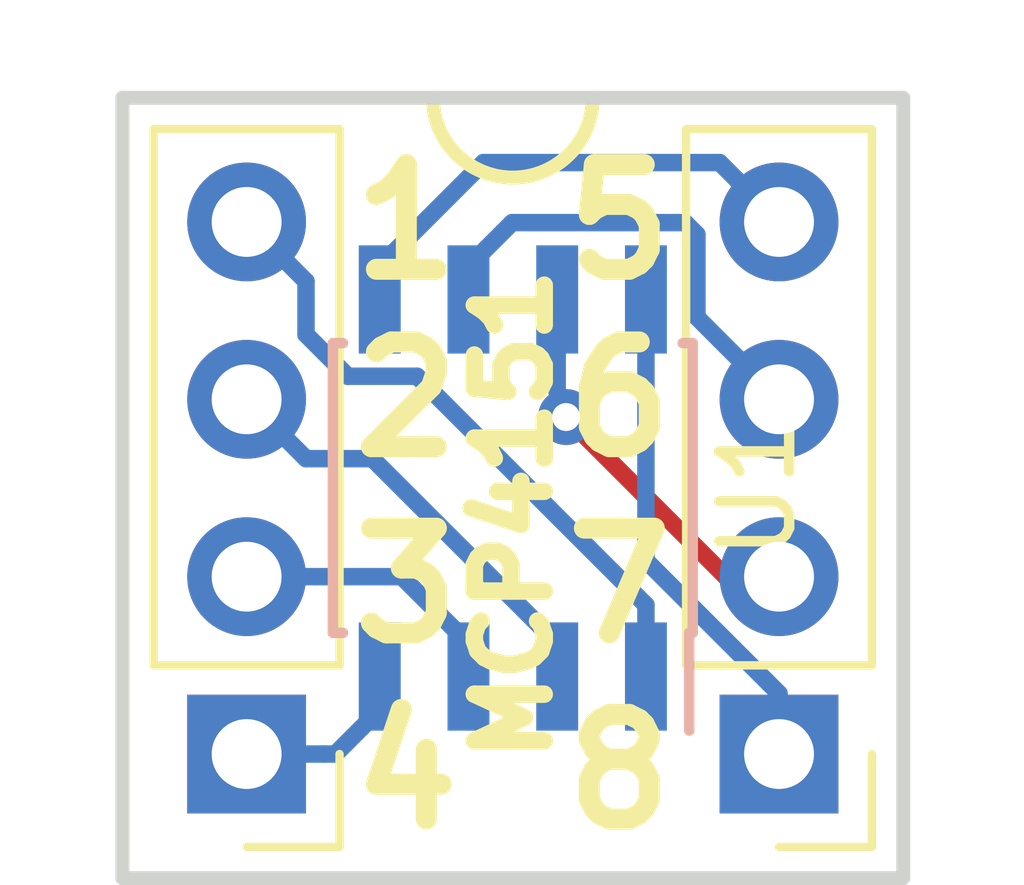
<source format=kicad_pcb>
(kicad_pcb (version 20171130) (host pcbnew "(5.0.1)-3")

  (general
    (thickness 1.6)
    (drawings 14)
    (tracks 40)
    (zones 0)
    (modules 3)
    (nets 9)
  )

  (page A4)
  (layers
    (0 F.Cu signal)
    (31 B.Cu signal)
    (32 B.Adhes user)
    (33 F.Adhes user)
    (34 B.Paste user)
    (35 F.Paste user)
    (36 B.SilkS user)
    (37 F.SilkS user)
    (38 B.Mask user)
    (39 F.Mask user)
    (40 Dwgs.User user)
    (41 Cmts.User user)
    (42 Eco1.User user)
    (43 Eco2.User user)
    (44 Edge.Cuts user)
    (45 Margin user)
    (46 B.CrtYd user)
    (47 F.CrtYd user)
    (48 B.Fab user)
    (49 F.Fab user)
  )

  (setup
    (last_trace_width 0.25)
    (trace_clearance 0.2)
    (zone_clearance 0.508)
    (zone_45_only no)
    (trace_min 0.2)
    (segment_width 0.2)
    (edge_width 0.15)
    (via_size 0.8)
    (via_drill 0.4)
    (via_min_size 0.4)
    (via_min_drill 0.3)
    (uvia_size 0.3)
    (uvia_drill 0.1)
    (uvias_allowed no)
    (uvia_min_size 0.2)
    (uvia_min_drill 0.1)
    (pcb_text_width 0.3)
    (pcb_text_size 1.5 1.5)
    (mod_edge_width 0.15)
    (mod_text_size 1 1)
    (mod_text_width 0.15)
    (pad_size 1.524 1.524)
    (pad_drill 0.762)
    (pad_to_mask_clearance 0.051)
    (solder_mask_min_width 0.25)
    (aux_axis_origin 0 0)
    (visible_elements 7FFFFFFF)
    (pcbplotparams
      (layerselection 0x010f0_ffffffff)
      (usegerberextensions false)
      (usegerberattributes false)
      (usegerberadvancedattributes false)
      (creategerberjobfile false)
      (excludeedgelayer true)
      (linewidth 0.100000)
      (plotframeref false)
      (viasonmask false)
      (mode 1)
      (useauxorigin false)
      (hpglpennumber 1)
      (hpglpenspeed 20)
      (hpglpendiameter 15.000000)
      (psnegative false)
      (psa4output false)
      (plotreference true)
      (plotvalue true)
      (plotinvisibletext false)
      (padsonsilk false)
      (subtractmaskfromsilk false)
      (outputformat 1)
      (mirror false)
      (drillshape 0)
      (scaleselection 1)
      (outputdirectory ""))
  )

  (net 0 "")
  (net 1 "Net-(J1-Pad4)")
  (net 2 "Net-(J1-Pad3)")
  (net 3 "Net-(J1-Pad2)")
  (net 4 "Net-(J1-Pad1)")
  (net 5 "Net-(J2-Pad4)")
  (net 6 "Net-(J2-Pad3)")
  (net 7 "Net-(J2-Pad2)")
  (net 8 "Net-(J2-Pad1)")

  (net_class Default "This is the default net class."
    (clearance 0.2)
    (trace_width 0.25)
    (via_dia 0.8)
    (via_drill 0.4)
    (uvia_dia 0.3)
    (uvia_drill 0.1)
    (add_net "Net-(J1-Pad1)")
    (add_net "Net-(J1-Pad2)")
    (add_net "Net-(J1-Pad3)")
    (add_net "Net-(J1-Pad4)")
    (add_net "Net-(J2-Pad1)")
    (add_net "Net-(J2-Pad2)")
    (add_net "Net-(J2-Pad3)")
    (add_net "Net-(J2-Pad4)")
  )

  (module Connector_PinHeader_2.54mm:PinHeader_1x04_P2.54mm_Vertical (layer F.Cu) (tedit 5C37D765) (tstamp 5C442159)
    (at 228.6 139.7 180)
    (descr "Through hole straight pin header, 1x04, 2.54mm pitch, single row")
    (tags "Through hole pin header THT 1x04 2.54mm single row")
    (path /5C383E0D)
    (fp_text reference J2 (at 0 -2.54 180) (layer F.SilkS) hide
      (effects (font (size 1 1) (thickness 0.15)))
    )
    (fp_text value CONN_04 (at 0 9.95 180) (layer F.Fab)
      (effects (font (size 1 1) (thickness 0.15)))
    )
    (fp_text user %R (at 0 3.81 270) (layer F.Fab)
      (effects (font (size 1 1) (thickness 0.15)))
    )
    (fp_line (start 1.8 -1.8) (end -1.8 -1.8) (layer F.CrtYd) (width 0.05))
    (fp_line (start 1.8 9.4) (end 1.8 -1.8) (layer F.CrtYd) (width 0.05))
    (fp_line (start -1.8 9.4) (end 1.8 9.4) (layer F.CrtYd) (width 0.05))
    (fp_line (start -1.8 -1.8) (end -1.8 9.4) (layer F.CrtYd) (width 0.05))
    (fp_line (start -1.33 -1.33) (end 0 -1.33) (layer F.SilkS) (width 0.12))
    (fp_line (start -1.33 0) (end -1.33 -1.33) (layer F.SilkS) (width 0.12))
    (fp_line (start -1.33 1.27) (end 1.33 1.27) (layer F.SilkS) (width 0.12))
    (fp_line (start 1.33 1.27) (end 1.33 8.95) (layer F.SilkS) (width 0.12))
    (fp_line (start -1.33 1.27) (end -1.33 8.95) (layer F.SilkS) (width 0.12))
    (fp_line (start -1.33 8.95) (end 1.33 8.95) (layer F.SilkS) (width 0.12))
    (fp_line (start -1.27 -0.635) (end -0.635 -1.27) (layer F.Fab) (width 0.1))
    (fp_line (start -1.27 8.89) (end -1.27 -0.635) (layer F.Fab) (width 0.1))
    (fp_line (start 1.27 8.89) (end -1.27 8.89) (layer F.Fab) (width 0.1))
    (fp_line (start 1.27 -1.27) (end 1.27 8.89) (layer F.Fab) (width 0.1))
    (fp_line (start -0.635 -1.27) (end 1.27 -1.27) (layer F.Fab) (width 0.1))
    (pad 4 thru_hole oval (at 0 7.62 180) (size 1.7 1.7) (drill 1) (layers *.Cu *.Mask)
      (net 5 "Net-(J2-Pad4)"))
    (pad 3 thru_hole oval (at 0 5.08 180) (size 1.7 1.7) (drill 1) (layers *.Cu *.Mask)
      (net 6 "Net-(J2-Pad3)"))
    (pad 2 thru_hole oval (at 0 2.54 180) (size 1.7 1.7) (drill 1) (layers *.Cu *.Mask)
      (net 7 "Net-(J2-Pad2)"))
    (pad 1 thru_hole rect (at 0 0 180) (size 1.7 1.7) (drill 1) (layers *.Cu *.Mask)
      (net 8 "Net-(J2-Pad1)"))
    (model ${KISYS3DMOD}/Connector_PinHeader_2.54mm.3dshapes/PinHeader_1x04_P2.54mm_Vertical.wrl
      (at (xyz 0 0 0))
      (scale (xyz 1 1 1))
      (rotate (xyz 0 0 0))
    )
  )

  (module Connector_PinHeader_2.54mm:PinHeader_1x04_P2.54mm_Vertical (layer F.Cu) (tedit 5C37D76B) (tstamp 5C442141)
    (at 220.98 139.7 180)
    (descr "Through hole straight pin header, 1x04, 2.54mm pitch, single row")
    (tags "Through hole pin header THT 1x04 2.54mm single row")
    (path /5C383DC0)
    (fp_text reference J1 (at 0 -2.667 180) (layer F.SilkS) hide
      (effects (font (size 1 1) (thickness 0.15)))
    )
    (fp_text value CONN_04 (at 0 9.95 180) (layer F.Fab)
      (effects (font (size 1 1) (thickness 0.15)))
    )
    (fp_line (start -0.635 -1.27) (end 1.27 -1.27) (layer F.Fab) (width 0.1))
    (fp_line (start 1.27 -1.27) (end 1.27 8.89) (layer F.Fab) (width 0.1))
    (fp_line (start 1.27 8.89) (end -1.27 8.89) (layer F.Fab) (width 0.1))
    (fp_line (start -1.27 8.89) (end -1.27 -0.635) (layer F.Fab) (width 0.1))
    (fp_line (start -1.27 -0.635) (end -0.635 -1.27) (layer F.Fab) (width 0.1))
    (fp_line (start -1.33 8.95) (end 1.33 8.95) (layer F.SilkS) (width 0.12))
    (fp_line (start -1.33 1.27) (end -1.33 8.95) (layer F.SilkS) (width 0.12))
    (fp_line (start 1.33 1.27) (end 1.33 8.95) (layer F.SilkS) (width 0.12))
    (fp_line (start -1.33 1.27) (end 1.33 1.27) (layer F.SilkS) (width 0.12))
    (fp_line (start -1.33 0) (end -1.33 -1.33) (layer F.SilkS) (width 0.12))
    (fp_line (start -1.33 -1.33) (end 0 -1.33) (layer F.SilkS) (width 0.12))
    (fp_line (start -1.8 -1.8) (end -1.8 9.4) (layer F.CrtYd) (width 0.05))
    (fp_line (start -1.8 9.4) (end 1.8 9.4) (layer F.CrtYd) (width 0.05))
    (fp_line (start 1.8 9.4) (end 1.8 -1.8) (layer F.CrtYd) (width 0.05))
    (fp_line (start 1.8 -1.8) (end -1.8 -1.8) (layer F.CrtYd) (width 0.05))
    (fp_text user %R (at 0 3.81 270) (layer F.Fab)
      (effects (font (size 1 1) (thickness 0.15)))
    )
    (pad 1 thru_hole rect (at 0 0 180) (size 1.7 1.7) (drill 1) (layers *.Cu *.Mask)
      (net 4 "Net-(J1-Pad1)"))
    (pad 2 thru_hole oval (at 0 2.54 180) (size 1.7 1.7) (drill 1) (layers *.Cu *.Mask)
      (net 3 "Net-(J1-Pad2)"))
    (pad 3 thru_hole oval (at 0 5.08 180) (size 1.7 1.7) (drill 1) (layers *.Cu *.Mask)
      (net 2 "Net-(J1-Pad3)"))
    (pad 4 thru_hole oval (at 0 7.62 180) (size 1.7 1.7) (drill 1) (layers *.Cu *.Mask)
      (net 1 "Net-(J1-Pad4)"))
    (model ${KISYS3DMOD}/Connector_PinHeader_2.54mm.3dshapes/PinHeader_1x04_P2.54mm_Vertical.wrl
      (at (xyz 0 0 0))
      (scale (xyz 1 1 1))
      (rotate (xyz 0 0 0))
    )
  )

  (module Package_SO:SOIC-8_3.9x4.9mm_P1.27mm (layer B.Cu) (tedit 5A02F2D3) (tstamp 5C442129)
    (at 224.79 135.89 90)
    (descr "8-Lead Plastic Small Outline (SN) - Narrow, 3.90 mm Body [SOIC] (see Microchip Packaging Specification 00000049BS.pdf)")
    (tags "SOIC 1.27")
    (path /5C383CC7)
    (attr smd)
    (fp_text reference U1 (at 0 3.5 90) (layer F.SilkS)
      (effects (font (size 1 1) (thickness 0.15)))
    )
    (fp_text value MCP-4151 (at 0 -3.5 90) (layer B.Fab)
      (effects (font (size 1 1) (thickness 0.15)) (justify mirror))
    )
    (fp_text user %R (at 0 0) (layer B.Fab)
      (effects (font (size 1 1) (thickness 0.15)) (justify mirror))
    )
    (fp_line (start -0.95 2.45) (end 1.95 2.45) (layer B.Fab) (width 0.1))
    (fp_line (start 1.95 2.45) (end 1.95 -2.45) (layer B.Fab) (width 0.1))
    (fp_line (start 1.95 -2.45) (end -1.95 -2.45) (layer B.Fab) (width 0.1))
    (fp_line (start -1.95 -2.45) (end -1.95 1.45) (layer B.Fab) (width 0.1))
    (fp_line (start -1.95 1.45) (end -0.95 2.45) (layer B.Fab) (width 0.1))
    (fp_line (start -3.73 2.7) (end -3.73 -2.7) (layer B.CrtYd) (width 0.05))
    (fp_line (start 3.73 2.7) (end 3.73 -2.7) (layer B.CrtYd) (width 0.05))
    (fp_line (start -3.73 2.7) (end 3.73 2.7) (layer B.CrtYd) (width 0.05))
    (fp_line (start -3.73 -2.7) (end 3.73 -2.7) (layer B.CrtYd) (width 0.05))
    (fp_line (start -2.075 2.575) (end -2.075 2.525) (layer B.SilkS) (width 0.15))
    (fp_line (start 2.075 2.575) (end 2.075 2.43) (layer B.SilkS) (width 0.15))
    (fp_line (start 2.075 -2.575) (end 2.075 -2.43) (layer B.SilkS) (width 0.15))
    (fp_line (start -2.075 -2.575) (end -2.075 -2.43) (layer B.SilkS) (width 0.15))
    (fp_line (start -2.075 2.575) (end 2.075 2.575) (layer B.SilkS) (width 0.15))
    (fp_line (start -2.075 -2.575) (end 2.075 -2.575) (layer B.SilkS) (width 0.15))
    (fp_line (start -2.075 2.525) (end -3.475 2.525) (layer B.SilkS) (width 0.15))
    (pad 1 smd rect (at -2.7 1.905 90) (size 1.55 0.6) (layers B.Cu B.Paste B.Mask)
      (net 1 "Net-(J1-Pad4)"))
    (pad 2 smd rect (at -2.7 0.635 90) (size 1.55 0.6) (layers B.Cu B.Paste B.Mask)
      (net 2 "Net-(J1-Pad3)"))
    (pad 3 smd rect (at -2.7 -0.635 90) (size 1.55 0.6) (layers B.Cu B.Paste B.Mask)
      (net 3 "Net-(J1-Pad2)"))
    (pad 4 smd rect (at -2.7 -1.905 90) (size 1.55 0.6) (layers B.Cu B.Paste B.Mask)
      (net 4 "Net-(J1-Pad1)"))
    (pad 5 smd rect (at 2.7 -1.905 90) (size 1.55 0.6) (layers B.Cu B.Paste B.Mask)
      (net 5 "Net-(J2-Pad4)"))
    (pad 6 smd rect (at 2.7 -0.635 90) (size 1.55 0.6) (layers B.Cu B.Paste B.Mask)
      (net 6 "Net-(J2-Pad3)"))
    (pad 7 smd rect (at 2.7 0.635 90) (size 1.55 0.6) (layers B.Cu B.Paste B.Mask)
      (net 7 "Net-(J2-Pad2)"))
    (pad 8 smd rect (at 2.7 1.905 90) (size 1.55 0.6) (layers B.Cu B.Paste B.Mask)
      (net 8 "Net-(J2-Pad1)"))
    (model ${KISYS3DMOD}/Package_SO.3dshapes/SOIC-8_3.9x4.9mm_P1.27mm.wrl
      (at (xyz 0 0 0))
      (scale (xyz 1 1 1))
      (rotate (xyz 0 0 0))
    )
  )

  (gr_text MCP4151 (at 224.79 136.271 90) (layer F.SilkS)
    (effects (font (size 1 1) (thickness 0.25)))
  )
  (gr_arc (start 224.79 130.302) (end 223.647 130.302) (angle -180) (layer F.SilkS) (width 0.2))
  (gr_text 8 (at 226.314 139.954) (layer F.SilkS) (tstamp 5C504152)
    (effects (font (size 1.5 1.5) (thickness 0.3)))
  )
  (gr_text "7\n" (at 226.314 137.287) (layer F.SilkS) (tstamp 5C504152)
    (effects (font (size 1.5 1.5) (thickness 0.3)))
  )
  (gr_text 6 (at 226.314 134.62) (layer F.SilkS) (tstamp 5C504152)
    (effects (font (size 1.5 1.5) (thickness 0.3)))
  )
  (gr_text 5 (at 226.314 132.08) (layer F.SilkS) (tstamp 5C504152)
    (effects (font (size 1.5 1.5) (thickness 0.3)))
  )
  (gr_text 4 (at 223.266 139.954) (layer F.SilkS) (tstamp 5C504152)
    (effects (font (size 1.5 1.5) (thickness 0.3)))
  )
  (gr_text 3 (at 223.266 137.287) (layer F.SilkS) (tstamp 5C504152)
    (effects (font (size 1.5 1.5) (thickness 0.3)))
  )
  (gr_text 2 (at 223.266 134.62) (layer F.SilkS) (tstamp 5C504152)
    (effects (font (size 1.5 1.5) (thickness 0.3)))
  )
  (gr_text 1 (at 223.266 132.08) (layer F.SilkS) (tstamp 5C504152)
    (effects (font (size 1.5 1.5) (thickness 0.3)))
  )
  (gr_line (start 219.202 130.302) (end 219.202 141.478) (layer Edge.Cuts) (width 0.2))
  (gr_line (start 230.378 130.302) (end 219.202 130.302) (layer Edge.Cuts) (width 0.2))
  (gr_line (start 230.378 141.478) (end 230.378 130.302) (layer Edge.Cuts) (width 0.2))
  (gr_line (start 219.202 141.478) (end 230.378 141.478) (layer Edge.Cuts) (width 0.2))

  (segment (start 221.829999 132.929999) (end 220.98 132.08) (width 0.25) (layer B.Cu) (net 1))
  (segment (start 221.829999 133.691999) (end 221.829999 132.929999) (width 0.25) (layer B.Cu) (net 1))
  (segment (start 222.428001 134.290001) (end 221.829999 133.691999) (width 0.25) (layer B.Cu) (net 1))
  (segment (start 223.420001 134.290001) (end 222.428001 134.290001) (width 0.25) (layer B.Cu) (net 1))
  (segment (start 226.695 137.565) (end 223.420001 134.290001) (width 0.25) (layer B.Cu) (net 1))
  (segment (start 226.695 138.59) (end 226.695 137.565) (width 0.25) (layer B.Cu) (net 1))
  (segment (start 221.829999 135.469999) (end 220.98 134.62) (width 0.25) (layer B.Cu) (net 2))
  (segment (start 222.779999 135.469999) (end 221.829999 135.469999) (width 0.25) (layer B.Cu) (net 2))
  (segment (start 225.425 138.115) (end 222.779999 135.469999) (width 0.25) (layer B.Cu) (net 2))
  (segment (start 225.425 138.59) (end 225.425 138.115) (width 0.25) (layer B.Cu) (net 2))
  (segment (start 222.182081 137.16) (end 220.98 137.16) (width 0.25) (layer B.Cu) (net 3))
  (segment (start 223.2 137.16) (end 222.182081 137.16) (width 0.25) (layer B.Cu) (net 3))
  (segment (start 224.155 138.115) (end 223.2 137.16) (width 0.25) (layer B.Cu) (net 3))
  (segment (start 224.155 138.59) (end 224.155 138.115) (width 0.25) (layer B.Cu) (net 3))
  (segment (start 222.08 139.7) (end 220.98 139.7) (width 0.25) (layer B.Cu) (net 4))
  (segment (start 222.25 139.7) (end 222.08 139.7) (width 0.25) (layer B.Cu) (net 4))
  (segment (start 222.885 139.065) (end 222.25 139.7) (width 0.25) (layer B.Cu) (net 4))
  (segment (start 222.885 138.59) (end 222.885 139.065) (width 0.25) (layer B.Cu) (net 4))
  (segment (start 227.750001 131.230001) (end 228.6 132.08) (width 0.25) (layer B.Cu) (net 5))
  (segment (start 224.369999 131.230001) (end 227.750001 131.230001) (width 0.25) (layer B.Cu) (net 5))
  (segment (start 222.885 132.715) (end 224.369999 131.230001) (width 0.25) (layer B.Cu) (net 5))
  (segment (start 222.885 133.19) (end 222.885 132.715) (width 0.25) (layer B.Cu) (net 5))
  (segment (start 224.155 133.19) (end 224.155 133.665) (width 0.25) (layer B.Cu) (net 6))
  (segment (start 227.750001 133.770001) (end 228.6 134.62) (width 0.25) (layer B.Cu) (net 6))
  (segment (start 227.424999 133.444999) (end 227.750001 133.770001) (width 0.25) (layer B.Cu) (net 6))
  (segment (start 227.424999 132.259997) (end 227.424999 133.444999) (width 0.25) (layer B.Cu) (net 6))
  (segment (start 227.255001 132.089999) (end 227.424999 132.259997) (width 0.25) (layer B.Cu) (net 6))
  (segment (start 224.780001 132.089999) (end 227.255001 132.089999) (width 0.25) (layer B.Cu) (net 6))
  (segment (start 224.155 132.715) (end 224.780001 132.089999) (width 0.25) (layer B.Cu) (net 6))
  (segment (start 224.155 133.19) (end 224.155 132.715) (width 0.25) (layer B.Cu) (net 6))
  (segment (start 225.425 133.19) (end 225.425 133.665) (width 0.25) (layer B.Cu) (net 7))
  (via (at 225.552 134.874) (size 0.8) (drill 0.4) (layers F.Cu B.Cu) (net 7))
  (segment (start 225.425 133.19) (end 225.425 134.747) (width 0.25) (layer B.Cu) (net 7))
  (segment (start 225.425 134.747) (end 225.552 134.874) (width 0.25) (layer B.Cu) (net 7))
  (segment (start 227.838 137.16) (end 228.6 137.16) (width 0.25) (layer F.Cu) (net 7))
  (segment (start 225.552 134.874) (end 227.838 137.16) (width 0.25) (layer F.Cu) (net 7))
  (segment (start 226.695 133.19) (end 226.695 132.715) (width 0.25) (layer B.Cu) (net 8))
  (segment (start 228.6 138.83359) (end 228.6 139.7) (width 0.25) (layer B.Cu) (net 8))
  (segment (start 226.695 136.92859) (end 228.6 138.83359) (width 0.25) (layer B.Cu) (net 8))
  (segment (start 226.695 133.19) (end 226.695 136.92859) (width 0.25) (layer B.Cu) (net 8))

)

</source>
